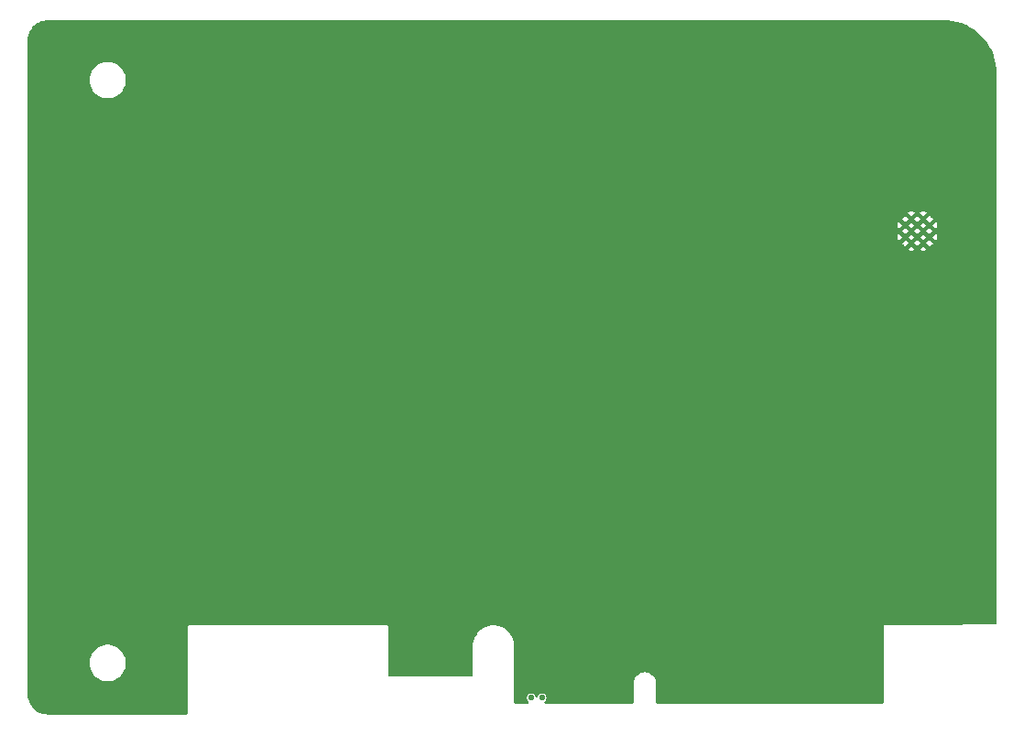
<source format=gbr>
G04 #@! TF.GenerationSoftware,KiCad,Pcbnew,8.0.4*
G04 #@! TF.CreationDate,2024-08-17T23:14:56-04:00*
G04 #@! TF.ProjectId,PCIexpress_x4_low,50434965-7870-4726-9573-735f78345f6c,rev?*
G04 #@! TF.SameCoordinates,Original*
G04 #@! TF.FileFunction,Copper,L2,Inr*
G04 #@! TF.FilePolarity,Positive*
%FSLAX46Y46*%
G04 Gerber Fmt 4.6, Leading zero omitted, Abs format (unit mm)*
G04 Created by KiCad (PCBNEW 8.0.4) date 2024-08-17 23:14:56*
%MOMM*%
%LPD*%
G01*
G04 APERTURE LIST*
G04 #@! TA.AperFunction,ComponentPad*
%ADD10C,0.400000*%
G04 #@! TD*
G04 #@! TA.AperFunction,ViaPad*
%ADD11C,0.550000*%
G04 #@! TD*
G04 APERTURE END LIST*
D10*
X145725000Y-145385000D03*
X145725000Y-144285000D03*
X146275000Y-145935000D03*
X146275000Y-144835000D03*
X146275000Y-143735000D03*
X146825000Y-145385000D03*
X146825000Y-144285000D03*
X147375000Y-145935000D03*
X147375000Y-144835000D03*
X147375000Y-143735000D03*
X147925000Y-145385000D03*
X147925000Y-144285000D03*
D11*
X124125000Y-185500000D03*
X143125000Y-185500000D03*
X135625000Y-185500000D03*
X139625000Y-185500000D03*
X133625000Y-185500000D03*
X129125000Y-185500000D03*
X126625000Y-185500000D03*
X131625000Y-185500000D03*
X137625000Y-185500000D03*
X131625000Y-186500000D03*
X143125000Y-186500000D03*
X135625000Y-186500000D03*
X133625000Y-187500000D03*
X133625000Y-186500000D03*
X129125000Y-187500000D03*
X113125000Y-188000000D03*
X137625000Y-186500000D03*
X126625000Y-186500000D03*
X131625000Y-187500000D03*
X124125000Y-187500000D03*
X124125000Y-186500000D03*
X137625000Y-187500000D03*
X139625000Y-186500000D03*
X135625000Y-187500000D03*
X126625000Y-187500000D03*
X129125000Y-186500000D03*
X139625000Y-187500000D03*
X143125000Y-187500000D03*
X111125000Y-188000000D03*
X112125000Y-188000000D03*
G04 #@! TA.AperFunction,Conductor*
G36*
X149227702Y-125300618D02*
G01*
X149241221Y-125301208D01*
X149648810Y-125319003D01*
X149659547Y-125319943D01*
X150074771Y-125374608D01*
X150085397Y-125376481D01*
X150494286Y-125467130D01*
X150504698Y-125469919D01*
X150904132Y-125595861D01*
X150914267Y-125599550D01*
X151301191Y-125759819D01*
X151310982Y-125764385D01*
X151682442Y-125957755D01*
X151691810Y-125963163D01*
X152045014Y-126188179D01*
X152053875Y-126194384D01*
X152386115Y-126449320D01*
X152394402Y-126456274D01*
X152703155Y-126739195D01*
X152710804Y-126746844D01*
X152993725Y-127055597D01*
X153000679Y-127063884D01*
X153255615Y-127396124D01*
X153261820Y-127404985D01*
X153486836Y-127758189D01*
X153492244Y-127767557D01*
X153685611Y-128139010D01*
X153690183Y-128148814D01*
X153850443Y-128535717D01*
X153854142Y-128545880D01*
X153926553Y-128775538D01*
X153980074Y-128945282D01*
X153982874Y-128955732D01*
X154073515Y-129364589D01*
X154075393Y-129375242D01*
X154130054Y-129790432D01*
X154130997Y-129801208D01*
X154147661Y-130182891D01*
X154149382Y-130222297D01*
X154149500Y-130227706D01*
X154149500Y-181063871D01*
X154129815Y-181130910D01*
X154077011Y-181176665D01*
X154027785Y-181187850D01*
X147972001Y-181299479D01*
X147969716Y-181299500D01*
X143759982Y-181299500D01*
X143732231Y-181310995D01*
X143710995Y-181332231D01*
X143699500Y-181359982D01*
X143699500Y-188401000D01*
X143679815Y-188468039D01*
X143627011Y-188513794D01*
X143575500Y-188525000D01*
X122774500Y-188525000D01*
X122707461Y-188505315D01*
X122661706Y-188452511D01*
X122650500Y-188401000D01*
X122650500Y-186579975D01*
X122636371Y-186504394D01*
X122615577Y-186393156D01*
X122546922Y-186215937D01*
X122446872Y-186054351D01*
X122318834Y-185913900D01*
X122167169Y-185799367D01*
X122010767Y-185721488D01*
X121997041Y-185714653D01*
X121997042Y-185714653D01*
X121892142Y-185684807D01*
X121814242Y-185662643D01*
X121814239Y-185662642D01*
X121814241Y-185662642D01*
X121625001Y-185645107D01*
X121624999Y-185645107D01*
X121435760Y-185662642D01*
X121252957Y-185714653D01*
X121082830Y-185799367D01*
X120931164Y-185913901D01*
X120803129Y-186054349D01*
X120703077Y-186215938D01*
X120703075Y-186215942D01*
X120655383Y-186339052D01*
X120634423Y-186393156D01*
X120623704Y-186450500D01*
X120599500Y-186579975D01*
X120599500Y-188401000D01*
X120579815Y-188468039D01*
X120527011Y-188513794D01*
X120475500Y-188525000D01*
X112465755Y-188525000D01*
X112398716Y-188505315D01*
X112352961Y-188452511D01*
X112343017Y-188383353D01*
X112372042Y-188319797D01*
X112378074Y-188313319D01*
X112453045Y-188238347D01*
X112453050Y-188238342D01*
X112510646Y-188125304D01*
X112510646Y-188125302D01*
X112510647Y-188125301D01*
X112510647Y-188125300D01*
X112530492Y-188000003D01*
X112530492Y-187999996D01*
X112510647Y-187874699D01*
X112510647Y-187874698D01*
X112507281Y-187868092D01*
X112453050Y-187761658D01*
X112453046Y-187761654D01*
X112453045Y-187761652D01*
X112363347Y-187671954D01*
X112363344Y-187671952D01*
X112363342Y-187671950D01*
X112250304Y-187614354D01*
X112250303Y-187614353D01*
X112250300Y-187614352D01*
X112125003Y-187594508D01*
X112124997Y-187594508D01*
X111999699Y-187614352D01*
X111999698Y-187614352D01*
X111924337Y-187652751D01*
X111886658Y-187671950D01*
X111886657Y-187671951D01*
X111886652Y-187671954D01*
X111796954Y-187761652D01*
X111796949Y-187761659D01*
X111735484Y-187882290D01*
X111687510Y-187933085D01*
X111619689Y-187949880D01*
X111553554Y-187927342D01*
X111514516Y-187882290D01*
X111480150Y-187814845D01*
X111453050Y-187761658D01*
X111453047Y-187761655D01*
X111453045Y-187761652D01*
X111363347Y-187671954D01*
X111363344Y-187671952D01*
X111363342Y-187671950D01*
X111250304Y-187614354D01*
X111250303Y-187614353D01*
X111250300Y-187614352D01*
X111125003Y-187594508D01*
X111124997Y-187594508D01*
X110999699Y-187614352D01*
X110999698Y-187614352D01*
X110924337Y-187652751D01*
X110886658Y-187671950D01*
X110886657Y-187671951D01*
X110886652Y-187671954D01*
X110796954Y-187761652D01*
X110796951Y-187761657D01*
X110796950Y-187761658D01*
X110777751Y-187799337D01*
X110739352Y-187874698D01*
X110739352Y-187874699D01*
X110719508Y-187999996D01*
X110719508Y-188000003D01*
X110739352Y-188125300D01*
X110739352Y-188125301D01*
X110757805Y-188161517D01*
X110796950Y-188238342D01*
X110796952Y-188238344D01*
X110796954Y-188238347D01*
X110871926Y-188313319D01*
X110905411Y-188374642D01*
X110900427Y-188444334D01*
X110858555Y-188500267D01*
X110793091Y-188524684D01*
X110784245Y-188525000D01*
X109674500Y-188525000D01*
X109607461Y-188505315D01*
X109561706Y-188452511D01*
X109550500Y-188401000D01*
X109550500Y-183070001D01*
X109534146Y-182951020D01*
X109515097Y-182812428D01*
X109444951Y-182562074D01*
X109444949Y-182562069D01*
X109341373Y-182323610D01*
X109206279Y-182101458D01*
X109042201Y-181899780D01*
X109042199Y-181899777D01*
X108922811Y-181788276D01*
X108852190Y-181722320D01*
X108852187Y-181722317D01*
X108852185Y-181722316D01*
X108639777Y-181572381D01*
X108639778Y-181572381D01*
X108408927Y-181452765D01*
X108163952Y-181365700D01*
X108163950Y-181365699D01*
X107981580Y-181327803D01*
X107909389Y-181312802D01*
X107909387Y-181312801D01*
X107909383Y-181312801D01*
X107650000Y-181295059D01*
X107390616Y-181312801D01*
X107136049Y-181365699D01*
X107136047Y-181365700D01*
X106891072Y-181452765D01*
X106660222Y-181572381D01*
X106608914Y-181608599D01*
X106447815Y-181722316D01*
X106447812Y-181722317D01*
X106447810Y-181722320D01*
X106447809Y-181722320D01*
X106257798Y-181899780D01*
X106093720Y-182101458D01*
X105958626Y-182323610D01*
X105855050Y-182562069D01*
X105784904Y-182812422D01*
X105784903Y-182812428D01*
X105749500Y-183070001D01*
X105749500Y-185876000D01*
X105729815Y-185943039D01*
X105677011Y-185988794D01*
X105625500Y-186000000D01*
X98024500Y-186000000D01*
X97957461Y-185980315D01*
X97911706Y-185927511D01*
X97900500Y-185876000D01*
X97900500Y-181359983D01*
X97900500Y-181359982D01*
X97889006Y-181332233D01*
X97867767Y-181310994D01*
X97840018Y-181299500D01*
X79490018Y-181299500D01*
X79459982Y-181299500D01*
X79432231Y-181310995D01*
X79410995Y-181332231D01*
X79399500Y-181359982D01*
X79399500Y-189425500D01*
X79379815Y-189492539D01*
X79327011Y-189538294D01*
X79275500Y-189549500D01*
X66479067Y-189549500D01*
X66470957Y-189549235D01*
X66231906Y-189533567D01*
X66215825Y-189531449D01*
X65984872Y-189485509D01*
X65969210Y-189481312D01*
X65746220Y-189405617D01*
X65731238Y-189399412D01*
X65520039Y-189295260D01*
X65505993Y-189287150D01*
X65310197Y-189156324D01*
X65297328Y-189146450D01*
X65120283Y-188991185D01*
X65108814Y-188979716D01*
X64953549Y-188802671D01*
X64943675Y-188789802D01*
X64812849Y-188594006D01*
X64804739Y-188579960D01*
X64777480Y-188524684D01*
X64700584Y-188368754D01*
X64694384Y-188353787D01*
X64618683Y-188130779D01*
X64614492Y-188115136D01*
X64568548Y-187884165D01*
X64566433Y-187868102D01*
X64550765Y-187629042D01*
X64550500Y-187620933D01*
X64550500Y-184774995D01*
X70294802Y-184774995D01*
X70294802Y-184775004D01*
X70313567Y-185025419D01*
X70369445Y-185270235D01*
X70369448Y-185270247D01*
X70369450Y-185270252D01*
X70461194Y-185504011D01*
X70461193Y-185504011D01*
X70540796Y-185641885D01*
X70586755Y-185721489D01*
X70691619Y-185852984D01*
X70743331Y-185917829D01*
X70840886Y-186008346D01*
X70927414Y-186088632D01*
X71134901Y-186230094D01*
X71134906Y-186230096D01*
X71134907Y-186230097D01*
X71134908Y-186230098D01*
X71240050Y-186280731D01*
X71361151Y-186339050D01*
X71361152Y-186339050D01*
X71361155Y-186339052D01*
X71601121Y-186413072D01*
X71849439Y-186450500D01*
X71849440Y-186450500D01*
X72100560Y-186450500D01*
X72100561Y-186450500D01*
X72348879Y-186413072D01*
X72588845Y-186339052D01*
X72815099Y-186230094D01*
X73022586Y-186088632D01*
X73165447Y-185956076D01*
X73206668Y-185917829D01*
X73206668Y-185917827D01*
X73206672Y-185917825D01*
X73363245Y-185721489D01*
X73488806Y-185504011D01*
X73580552Y-185270247D01*
X73636432Y-185025421D01*
X73655198Y-184775000D01*
X73636432Y-184524579D01*
X73580552Y-184279753D01*
X73488806Y-184045989D01*
X73488805Y-184045988D01*
X73488806Y-184045988D01*
X73392349Y-183878921D01*
X73363245Y-183828511D01*
X73206672Y-183632175D01*
X73206671Y-183632174D01*
X73206668Y-183632170D01*
X73022586Y-183461368D01*
X72815099Y-183319906D01*
X72815095Y-183319904D01*
X72815092Y-183319902D01*
X72815091Y-183319901D01*
X72588847Y-183210949D01*
X72588849Y-183210949D01*
X72348887Y-183136930D01*
X72348883Y-183136929D01*
X72348879Y-183136928D01*
X72229432Y-183118924D01*
X72100566Y-183099500D01*
X72100561Y-183099500D01*
X71849439Y-183099500D01*
X71849433Y-183099500D01*
X71694792Y-183122809D01*
X71601121Y-183136928D01*
X71601118Y-183136929D01*
X71601112Y-183136930D01*
X71361151Y-183210949D01*
X71134908Y-183319901D01*
X71134907Y-183319902D01*
X70927413Y-183461368D01*
X70743331Y-183632170D01*
X70586755Y-183828511D01*
X70461194Y-184045988D01*
X70369450Y-184279747D01*
X70369445Y-184279764D01*
X70313567Y-184524580D01*
X70294802Y-184774995D01*
X64550500Y-184774995D01*
X64550500Y-146556726D01*
X145936114Y-146556726D01*
X145936114Y-146556727D01*
X146022094Y-146601853D01*
X146189033Y-146643000D01*
X146360967Y-146643000D01*
X146527903Y-146601854D01*
X146613884Y-146556726D01*
X147036114Y-146556726D01*
X147036114Y-146556727D01*
X147122094Y-146601853D01*
X147289033Y-146643000D01*
X147460967Y-146643000D01*
X147627903Y-146601854D01*
X147713884Y-146556726D01*
X147375001Y-146217843D01*
X147375000Y-146217843D01*
X147036114Y-146556726D01*
X146613884Y-146556726D01*
X146275001Y-146217843D01*
X146275000Y-146217843D01*
X145936114Y-146556726D01*
X64550500Y-146556726D01*
X64550500Y-146006726D01*
X145386114Y-146006726D01*
X145386114Y-146006727D01*
X145472095Y-146051854D01*
X145508201Y-146060753D01*
X145568582Y-146095909D01*
X145594469Y-146137178D01*
X145643493Y-146266440D01*
X145650526Y-146276629D01*
X145992157Y-145935000D01*
X145992157Y-145934999D01*
X145962321Y-145905163D01*
X146125000Y-145905163D01*
X146125000Y-145964837D01*
X146147836Y-146019968D01*
X146190032Y-146062164D01*
X146245163Y-146085000D01*
X146304837Y-146085000D01*
X146359968Y-146062164D01*
X146402164Y-146019968D01*
X146425000Y-145964837D01*
X146425000Y-145935000D01*
X146557843Y-145935000D01*
X146825000Y-146202157D01*
X147092157Y-145935000D01*
X147062320Y-145905163D01*
X147225000Y-145905163D01*
X147225000Y-145964837D01*
X147247836Y-146019968D01*
X147290032Y-146062164D01*
X147345163Y-146085000D01*
X147404837Y-146085000D01*
X147459968Y-146062164D01*
X147502164Y-146019968D01*
X147525000Y-145964837D01*
X147525000Y-145935000D01*
X147657843Y-145935000D01*
X147999472Y-146276629D01*
X147999474Y-146276629D01*
X148006504Y-146266445D01*
X148055529Y-146137179D01*
X148097707Y-146081476D01*
X148141798Y-146060753D01*
X148177902Y-146051854D01*
X148263884Y-146006726D01*
X147925000Y-145667843D01*
X147657843Y-145935000D01*
X147525000Y-145935000D01*
X147525000Y-145905163D01*
X147502164Y-145850032D01*
X147459968Y-145807836D01*
X147404837Y-145785000D01*
X147345163Y-145785000D01*
X147290032Y-145807836D01*
X147247836Y-145850032D01*
X147225000Y-145905163D01*
X147062320Y-145905163D01*
X146825000Y-145667843D01*
X146557843Y-145935000D01*
X146425000Y-145935000D01*
X146425000Y-145905163D01*
X146402164Y-145850032D01*
X146359968Y-145807836D01*
X146304837Y-145785000D01*
X146245163Y-145785000D01*
X146190032Y-145807836D01*
X146147836Y-145850032D01*
X146125000Y-145905163D01*
X145962321Y-145905163D01*
X145725001Y-145667843D01*
X145725000Y-145667843D01*
X145386114Y-146006726D01*
X64550500Y-146006726D01*
X64550500Y-145384999D01*
X145011800Y-145384999D01*
X145011800Y-145385000D01*
X145032523Y-145555679D01*
X145093493Y-145716440D01*
X145100526Y-145726629D01*
X145442157Y-145385000D01*
X145412320Y-145355163D01*
X145575000Y-145355163D01*
X145575000Y-145414837D01*
X145597836Y-145469968D01*
X145640032Y-145512164D01*
X145695163Y-145535000D01*
X145754837Y-145535000D01*
X145809968Y-145512164D01*
X145852164Y-145469968D01*
X145875000Y-145414837D01*
X145875000Y-145385000D01*
X146007843Y-145385000D01*
X146275000Y-145652157D01*
X146542157Y-145385000D01*
X146512320Y-145355163D01*
X146675000Y-145355163D01*
X146675000Y-145414837D01*
X146697836Y-145469968D01*
X146740032Y-145512164D01*
X146795163Y-145535000D01*
X146854837Y-145535000D01*
X146909968Y-145512164D01*
X146952164Y-145469968D01*
X146975000Y-145414837D01*
X146975000Y-145385000D01*
X147107843Y-145385000D01*
X147375000Y-145652157D01*
X147642157Y-145385000D01*
X147612320Y-145355163D01*
X147775000Y-145355163D01*
X147775000Y-145414837D01*
X147797836Y-145469968D01*
X147840032Y-145512164D01*
X147895163Y-145535000D01*
X147954837Y-145535000D01*
X148009968Y-145512164D01*
X148052164Y-145469968D01*
X148075000Y-145414837D01*
X148075000Y-145384999D01*
X148207843Y-145384999D01*
X148207843Y-145385000D01*
X148549472Y-145726629D01*
X148549474Y-145726629D01*
X148556504Y-145716446D01*
X148617476Y-145555679D01*
X148638200Y-145385000D01*
X148638200Y-145384999D01*
X148617475Y-145214319D01*
X148556507Y-145053558D01*
X148549473Y-145043369D01*
X148207843Y-145384999D01*
X148075000Y-145384999D01*
X148075000Y-145355163D01*
X148052164Y-145300032D01*
X148009968Y-145257836D01*
X147954837Y-145235000D01*
X147895163Y-145235000D01*
X147840032Y-145257836D01*
X147797836Y-145300032D01*
X147775000Y-145355163D01*
X147612320Y-145355163D01*
X147375000Y-145117843D01*
X147107843Y-145385000D01*
X146975000Y-145385000D01*
X146975000Y-145355163D01*
X146952164Y-145300032D01*
X146909968Y-145257836D01*
X146854837Y-145235000D01*
X146795163Y-145235000D01*
X146740032Y-145257836D01*
X146697836Y-145300032D01*
X146675000Y-145355163D01*
X146512320Y-145355163D01*
X146275000Y-145117843D01*
X146007843Y-145385000D01*
X145875000Y-145385000D01*
X145875000Y-145355163D01*
X145852164Y-145300032D01*
X145809968Y-145257836D01*
X145754837Y-145235000D01*
X145695163Y-145235000D01*
X145640032Y-145257836D01*
X145597836Y-145300032D01*
X145575000Y-145355163D01*
X145412320Y-145355163D01*
X145100525Y-145043368D01*
X145093492Y-145053559D01*
X145032524Y-145214319D01*
X145011800Y-145384999D01*
X64550500Y-145384999D01*
X64550500Y-144835000D01*
X145457843Y-144835000D01*
X145725000Y-145102157D01*
X145992157Y-144835000D01*
X145962320Y-144805163D01*
X146125000Y-144805163D01*
X146125000Y-144864837D01*
X146147836Y-144919968D01*
X146190032Y-144962164D01*
X146245163Y-144985000D01*
X146304837Y-144985000D01*
X146359968Y-144962164D01*
X146402164Y-144919968D01*
X146425000Y-144864837D01*
X146425000Y-144835000D01*
X146557843Y-144835000D01*
X146825000Y-145102157D01*
X147092157Y-144835000D01*
X147062320Y-144805163D01*
X147225000Y-144805163D01*
X147225000Y-144864837D01*
X147247836Y-144919968D01*
X147290032Y-144962164D01*
X147345163Y-144985000D01*
X147404837Y-144985000D01*
X147459968Y-144962164D01*
X147502164Y-144919968D01*
X147525000Y-144864837D01*
X147525000Y-144835000D01*
X147657843Y-144835000D01*
X147925000Y-145102157D01*
X148192157Y-144835000D01*
X147925000Y-144567843D01*
X147657843Y-144835000D01*
X147525000Y-144835000D01*
X147525000Y-144805163D01*
X147502164Y-144750032D01*
X147459968Y-144707836D01*
X147404837Y-144685000D01*
X147345163Y-144685000D01*
X147290032Y-144707836D01*
X147247836Y-144750032D01*
X147225000Y-144805163D01*
X147062320Y-144805163D01*
X146825000Y-144567843D01*
X146557843Y-144835000D01*
X146425000Y-144835000D01*
X146425000Y-144805163D01*
X146402164Y-144750032D01*
X146359968Y-144707836D01*
X146304837Y-144685000D01*
X146245163Y-144685000D01*
X146190032Y-144707836D01*
X146147836Y-144750032D01*
X146125000Y-144805163D01*
X145962320Y-144805163D01*
X145725000Y-144567843D01*
X145457843Y-144835000D01*
X64550500Y-144835000D01*
X64550500Y-144284999D01*
X145011800Y-144284999D01*
X145011800Y-144285000D01*
X145032523Y-144455679D01*
X145093493Y-144616440D01*
X145100526Y-144626629D01*
X145442157Y-144285000D01*
X145412320Y-144255163D01*
X145575000Y-144255163D01*
X145575000Y-144314837D01*
X145597836Y-144369968D01*
X145640032Y-144412164D01*
X145695163Y-144435000D01*
X145754837Y-144435000D01*
X145809968Y-144412164D01*
X145852164Y-144369968D01*
X145875000Y-144314837D01*
X145875000Y-144285000D01*
X146007843Y-144285000D01*
X146275000Y-144552157D01*
X146542157Y-144285000D01*
X146512320Y-144255163D01*
X146675000Y-144255163D01*
X146675000Y-144314837D01*
X146697836Y-144369968D01*
X146740032Y-144412164D01*
X146795163Y-144435000D01*
X146854837Y-144435000D01*
X146909968Y-144412164D01*
X146952164Y-144369968D01*
X146975000Y-144314837D01*
X146975000Y-144285000D01*
X147107843Y-144285000D01*
X147375000Y-144552157D01*
X147642157Y-144285000D01*
X147612320Y-144255163D01*
X147775000Y-144255163D01*
X147775000Y-144314837D01*
X147797836Y-144369968D01*
X147840032Y-144412164D01*
X147895163Y-144435000D01*
X147954837Y-144435000D01*
X148009968Y-144412164D01*
X148052164Y-144369968D01*
X148075000Y-144314837D01*
X148075000Y-144284999D01*
X148207843Y-144284999D01*
X148207843Y-144285000D01*
X148549472Y-144626629D01*
X148549474Y-144626629D01*
X148556504Y-144616446D01*
X148617476Y-144455679D01*
X148638200Y-144285000D01*
X148638200Y-144284999D01*
X148617475Y-144114319D01*
X148556507Y-143953558D01*
X148549473Y-143943369D01*
X148207843Y-144284999D01*
X148075000Y-144284999D01*
X148075000Y-144255163D01*
X148052164Y-144200032D01*
X148009968Y-144157836D01*
X147954837Y-144135000D01*
X147895163Y-144135000D01*
X147840032Y-144157836D01*
X147797836Y-144200032D01*
X147775000Y-144255163D01*
X147612320Y-144255163D01*
X147375000Y-144017843D01*
X147107843Y-144285000D01*
X146975000Y-144285000D01*
X146975000Y-144255163D01*
X146952164Y-144200032D01*
X146909968Y-144157836D01*
X146854837Y-144135000D01*
X146795163Y-144135000D01*
X146740032Y-144157836D01*
X146697836Y-144200032D01*
X146675000Y-144255163D01*
X146512320Y-144255163D01*
X146275000Y-144017843D01*
X146007843Y-144285000D01*
X145875000Y-144285000D01*
X145875000Y-144255163D01*
X145852164Y-144200032D01*
X145809968Y-144157836D01*
X145754837Y-144135000D01*
X145695163Y-144135000D01*
X145640032Y-144157836D01*
X145597836Y-144200032D01*
X145575000Y-144255163D01*
X145412320Y-144255163D01*
X145100525Y-143943368D01*
X145093492Y-143953559D01*
X145032524Y-144114319D01*
X145011800Y-144284999D01*
X64550500Y-144284999D01*
X64550500Y-143663272D01*
X145386115Y-143663272D01*
X145725000Y-144002157D01*
X145992157Y-143735000D01*
X145962320Y-143705163D01*
X146125000Y-143705163D01*
X146125000Y-143764837D01*
X146147836Y-143819968D01*
X146190032Y-143862164D01*
X146245163Y-143885000D01*
X146304837Y-143885000D01*
X146359968Y-143862164D01*
X146402164Y-143819968D01*
X146425000Y-143764837D01*
X146425000Y-143735000D01*
X146557843Y-143735000D01*
X146825000Y-144002157D01*
X147092157Y-143735000D01*
X147062320Y-143705163D01*
X147225000Y-143705163D01*
X147225000Y-143764837D01*
X147247836Y-143819968D01*
X147290032Y-143862164D01*
X147345163Y-143885000D01*
X147404837Y-143885000D01*
X147459968Y-143862164D01*
X147502164Y-143819968D01*
X147525000Y-143764837D01*
X147525000Y-143734999D01*
X147657843Y-143734999D01*
X147657843Y-143735000D01*
X147925000Y-144002157D01*
X147925001Y-144002157D01*
X148263884Y-143663272D01*
X148177900Y-143618144D01*
X148141793Y-143609244D01*
X148081413Y-143574087D01*
X148055529Y-143532819D01*
X148006506Y-143403558D01*
X147999473Y-143393369D01*
X147657843Y-143734999D01*
X147525000Y-143734999D01*
X147525000Y-143705163D01*
X147502164Y-143650032D01*
X147459968Y-143607836D01*
X147404837Y-143585000D01*
X147345163Y-143585000D01*
X147290032Y-143607836D01*
X147247836Y-143650032D01*
X147225000Y-143705163D01*
X147062320Y-143705163D01*
X146825000Y-143467843D01*
X146557843Y-143735000D01*
X146425000Y-143735000D01*
X146425000Y-143705163D01*
X146402164Y-143650032D01*
X146359968Y-143607836D01*
X146304837Y-143585000D01*
X146245163Y-143585000D01*
X146190032Y-143607836D01*
X146147836Y-143650032D01*
X146125000Y-143705163D01*
X145962320Y-143705163D01*
X145650525Y-143393368D01*
X145643493Y-143403558D01*
X145594470Y-143532820D01*
X145552292Y-143588522D01*
X145508207Y-143609244D01*
X145472098Y-143618145D01*
X145386115Y-143663272D01*
X64550500Y-143663272D01*
X64550500Y-143113272D01*
X145936115Y-143113272D01*
X146275000Y-143452157D01*
X146275001Y-143452157D01*
X146613883Y-143113272D01*
X147036115Y-143113272D01*
X147375000Y-143452157D01*
X147375001Y-143452157D01*
X147713884Y-143113271D01*
X147627902Y-143068145D01*
X147460967Y-143027000D01*
X147289033Y-143027000D01*
X147122097Y-143068145D01*
X147036115Y-143113272D01*
X146613883Y-143113272D01*
X146613884Y-143113271D01*
X146527902Y-143068145D01*
X146360967Y-143027000D01*
X146189033Y-143027000D01*
X146022097Y-143068145D01*
X145936115Y-143113272D01*
X64550500Y-143113272D01*
X64550500Y-130874995D01*
X70294802Y-130874995D01*
X70294802Y-130875004D01*
X70313567Y-131125419D01*
X70369445Y-131370235D01*
X70369448Y-131370247D01*
X70369450Y-131370252D01*
X70461194Y-131604011D01*
X70461193Y-131604011D01*
X70540796Y-131741885D01*
X70586755Y-131821489D01*
X70691619Y-131952984D01*
X70743331Y-132017829D01*
X70840886Y-132108346D01*
X70927414Y-132188632D01*
X71134901Y-132330094D01*
X71134906Y-132330096D01*
X71134907Y-132330097D01*
X71134908Y-132330098D01*
X71240050Y-132380731D01*
X71361151Y-132439050D01*
X71361152Y-132439050D01*
X71361155Y-132439052D01*
X71601121Y-132513072D01*
X71849439Y-132550500D01*
X71849440Y-132550500D01*
X72100560Y-132550500D01*
X72100561Y-132550500D01*
X72348879Y-132513072D01*
X72588845Y-132439052D01*
X72815099Y-132330094D01*
X73022586Y-132188632D01*
X73206672Y-132017825D01*
X73363245Y-131821489D01*
X73488806Y-131604011D01*
X73580552Y-131370247D01*
X73636432Y-131125421D01*
X73655198Y-130875000D01*
X73636432Y-130624579D01*
X73580552Y-130379753D01*
X73488806Y-130145989D01*
X73488805Y-130145988D01*
X73488806Y-130145988D01*
X73392349Y-129978921D01*
X73363245Y-129928511D01*
X73206672Y-129732175D01*
X73206671Y-129732174D01*
X73206668Y-129732170D01*
X73022586Y-129561368D01*
X72815099Y-129419906D01*
X72815095Y-129419904D01*
X72815092Y-129419902D01*
X72815091Y-129419901D01*
X72588847Y-129310949D01*
X72588849Y-129310949D01*
X72348887Y-129236930D01*
X72348883Y-129236929D01*
X72348879Y-129236928D01*
X72229432Y-129218924D01*
X72100566Y-129199500D01*
X72100561Y-129199500D01*
X71849439Y-129199500D01*
X71849433Y-129199500D01*
X71694792Y-129222809D01*
X71601121Y-129236928D01*
X71601118Y-129236929D01*
X71601112Y-129236930D01*
X71361151Y-129310949D01*
X71134908Y-129419901D01*
X71134907Y-129419902D01*
X70927413Y-129561368D01*
X70743331Y-129732170D01*
X70586755Y-129928511D01*
X70461194Y-130145988D01*
X70369450Y-130379747D01*
X70369445Y-130379764D01*
X70313567Y-130624580D01*
X70294802Y-130874995D01*
X64550500Y-130874995D01*
X64550500Y-127229066D01*
X64550765Y-127220957D01*
X64559416Y-127088965D01*
X64566433Y-126981895D01*
X64568548Y-126965836D01*
X64614493Y-126734859D01*
X64618682Y-126719224D01*
X64694386Y-126496206D01*
X64700581Y-126481251D01*
X64804742Y-126270033D01*
X64812849Y-126255993D01*
X64858161Y-126188179D01*
X64943678Y-126060192D01*
X64953540Y-126047339D01*
X65108819Y-125870277D01*
X65120277Y-125858819D01*
X65297339Y-125703540D01*
X65310192Y-125693678D01*
X65505993Y-125562849D01*
X65520033Y-125554742D01*
X65731251Y-125450581D01*
X65746206Y-125444386D01*
X65969224Y-125368682D01*
X65984859Y-125364493D01*
X66215836Y-125318548D01*
X66231895Y-125316433D01*
X66448904Y-125302210D01*
X66470958Y-125300765D01*
X66479067Y-125300500D01*
X66499531Y-125300500D01*
X149200469Y-125300500D01*
X149222294Y-125300500D01*
X149227702Y-125300618D01*
G37*
G04 #@! TD.AperFunction*
M02*

</source>
